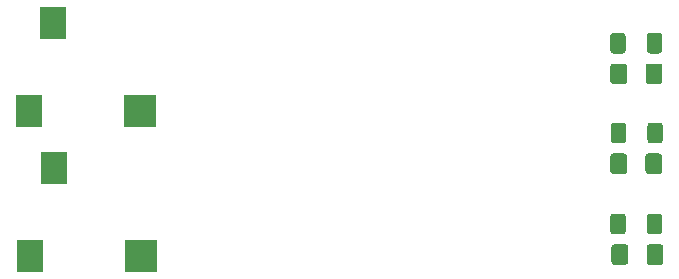
<source format=gbr>
%TF.GenerationSoftware,KiCad,Pcbnew,5.1.8-db9833491~87~ubuntu20.04.1*%
%TF.CreationDate,2020-11-22T18:04:31+08:00*%
%TF.ProjectId,mobo,6d6f626f-2e6b-4696-9361-645f70636258,rev?*%
%TF.SameCoordinates,Original*%
%TF.FileFunction,Paste,Top*%
%TF.FilePolarity,Positive*%
%FSLAX46Y46*%
G04 Gerber Fmt 4.6, Leading zero omitted, Abs format (unit mm)*
G04 Created by KiCad (PCBNEW 5.1.8-db9833491~87~ubuntu20.04.1) date 2020-11-22 18:04:31*
%MOMM*%
%LPD*%
G01*
G04 APERTURE LIST*
%ADD10R,2.200000X2.800000*%
%ADD11R,2.800000X2.800000*%
G04 APERTURE END LIST*
%TO.C,R3*%
G36*
G01*
X70300000Y-16775000D02*
X70300000Y-18025000D01*
G75*
G02*
X70050000Y-18275000I-250000J0D01*
G01*
X69250000Y-18275000D01*
G75*
G02*
X69000000Y-18025000I0J250000D01*
G01*
X69000000Y-16775000D01*
G75*
G02*
X69250000Y-16525000I250000J0D01*
G01*
X70050000Y-16525000D01*
G75*
G02*
X70300000Y-16775000I0J-250000D01*
G01*
G37*
G36*
G01*
X73400000Y-16775000D02*
X73400000Y-18025000D01*
G75*
G02*
X73150000Y-18275000I-250000J0D01*
G01*
X72350000Y-18275000D01*
G75*
G02*
X72100000Y-18025000I0J250000D01*
G01*
X72100000Y-16775000D01*
G75*
G02*
X72350000Y-16525000I250000J0D01*
G01*
X73150000Y-16525000D01*
G75*
G02*
X73400000Y-16775000I0J-250000D01*
G01*
G37*
%TD*%
%TO.C,D3*%
G36*
G01*
X70435000Y-19375000D02*
X70435000Y-20625000D01*
G75*
G02*
X70185000Y-20875000I-250000J0D01*
G01*
X69260000Y-20875000D01*
G75*
G02*
X69010000Y-20625000I0J250000D01*
G01*
X69010000Y-19375000D01*
G75*
G02*
X69260000Y-19125000I250000J0D01*
G01*
X70185000Y-19125000D01*
G75*
G02*
X70435000Y-19375000I0J-250000D01*
G01*
G37*
G36*
G01*
X73410000Y-19375000D02*
X73410000Y-20625000D01*
G75*
G02*
X73160000Y-20875000I-250000J0D01*
G01*
X72235000Y-20875000D01*
G75*
G02*
X71985000Y-20625000I0J250000D01*
G01*
X71985000Y-19375000D01*
G75*
G02*
X72235000Y-19125000I250000J0D01*
G01*
X73160000Y-19125000D01*
G75*
G02*
X73410000Y-19375000I0J-250000D01*
G01*
G37*
%TD*%
%TO.C,R2*%
G36*
G01*
X70350000Y-24375000D02*
X70350000Y-25625000D01*
G75*
G02*
X70100000Y-25875000I-250000J0D01*
G01*
X69300000Y-25875000D01*
G75*
G02*
X69050000Y-25625000I0J250000D01*
G01*
X69050000Y-24375000D01*
G75*
G02*
X69300000Y-24125000I250000J0D01*
G01*
X70100000Y-24125000D01*
G75*
G02*
X70350000Y-24375000I0J-250000D01*
G01*
G37*
G36*
G01*
X73450000Y-24375000D02*
X73450000Y-25625000D01*
G75*
G02*
X73200000Y-25875000I-250000J0D01*
G01*
X72400000Y-25875000D01*
G75*
G02*
X72150000Y-25625000I0J250000D01*
G01*
X72150000Y-24375000D01*
G75*
G02*
X72400000Y-24125000I250000J0D01*
G01*
X73200000Y-24125000D01*
G75*
G02*
X73450000Y-24375000I0J-250000D01*
G01*
G37*
%TD*%
%TO.C,R1*%
G36*
G01*
X70300000Y-32075000D02*
X70300000Y-33325000D01*
G75*
G02*
X70050000Y-33575000I-250000J0D01*
G01*
X69250000Y-33575000D01*
G75*
G02*
X69000000Y-33325000I0J250000D01*
G01*
X69000000Y-32075000D01*
G75*
G02*
X69250000Y-31825000I250000J0D01*
G01*
X70050000Y-31825000D01*
G75*
G02*
X70300000Y-32075000I0J-250000D01*
G01*
G37*
G36*
G01*
X73400000Y-32075000D02*
X73400000Y-33325000D01*
G75*
G02*
X73150000Y-33575000I-250000J0D01*
G01*
X72350000Y-33575000D01*
G75*
G02*
X72100000Y-33325000I0J250000D01*
G01*
X72100000Y-32075000D01*
G75*
G02*
X72350000Y-31825000I250000J0D01*
G01*
X73150000Y-31825000D01*
G75*
G02*
X73400000Y-32075000I0J-250000D01*
G01*
G37*
%TD*%
%TO.C,D2*%
G36*
G01*
X70425000Y-26985000D02*
X70425000Y-28235000D01*
G75*
G02*
X70175000Y-28485000I-250000J0D01*
G01*
X69250000Y-28485000D01*
G75*
G02*
X69000000Y-28235000I0J250000D01*
G01*
X69000000Y-26985000D01*
G75*
G02*
X69250000Y-26735000I250000J0D01*
G01*
X70175000Y-26735000D01*
G75*
G02*
X70425000Y-26985000I0J-250000D01*
G01*
G37*
G36*
G01*
X73400000Y-26985000D02*
X73400000Y-28235000D01*
G75*
G02*
X73150000Y-28485000I-250000J0D01*
G01*
X72225000Y-28485000D01*
G75*
G02*
X71975000Y-28235000I0J250000D01*
G01*
X71975000Y-26985000D01*
G75*
G02*
X72225000Y-26735000I250000J0D01*
G01*
X73150000Y-26735000D01*
G75*
G02*
X73400000Y-26985000I0J-250000D01*
G01*
G37*
%TD*%
%TO.C,D1*%
G36*
G01*
X70525000Y-34675000D02*
X70525000Y-35925000D01*
G75*
G02*
X70275000Y-36175000I-250000J0D01*
G01*
X69350000Y-36175000D01*
G75*
G02*
X69100000Y-35925000I0J250000D01*
G01*
X69100000Y-34675000D01*
G75*
G02*
X69350000Y-34425000I250000J0D01*
G01*
X70275000Y-34425000D01*
G75*
G02*
X70525000Y-34675000I0J-250000D01*
G01*
G37*
G36*
G01*
X73500000Y-34675000D02*
X73500000Y-35925000D01*
G75*
G02*
X73250000Y-36175000I-250000J0D01*
G01*
X72325000Y-36175000D01*
G75*
G02*
X72075000Y-35925000I0J250000D01*
G01*
X72075000Y-34675000D01*
G75*
G02*
X72325000Y-34425000I250000J0D01*
G01*
X73250000Y-34425000D01*
G75*
G02*
X73500000Y-34675000I0J-250000D01*
G01*
G37*
%TD*%
D10*
%TO.C,J3*%
X21900000Y-28000000D03*
X19900000Y-35400000D03*
D11*
X29300000Y-35400000D03*
%TD*%
D10*
%TO.C,J2*%
X21800000Y-15700000D03*
X19800000Y-23100000D03*
D11*
X29200000Y-23100000D03*
%TD*%
M02*

</source>
